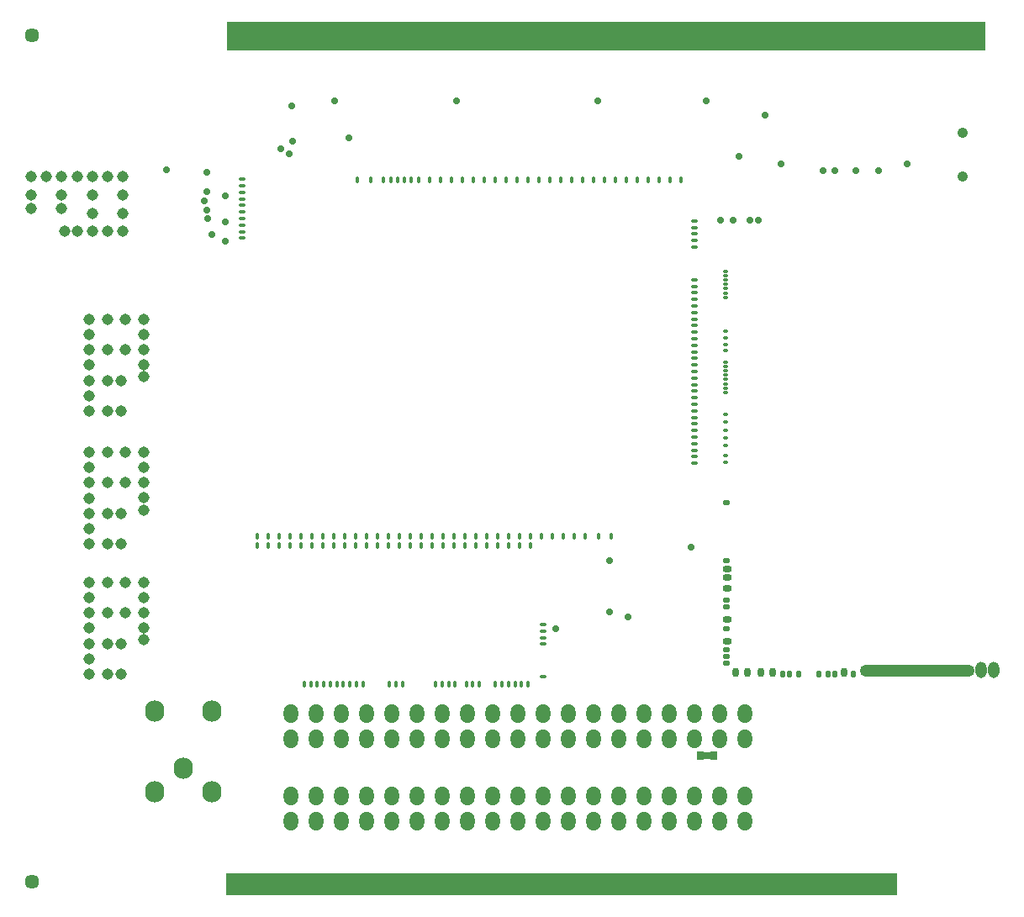
<source format=gbs>
G04*
G04 #@! TF.GenerationSoftware,Altium Limited,Altium Designer,20.2.7 (254)*
G04*
G04 Layer_Color=16711935*
%FSLAX25Y25*%
%MOIN*%
G70*
G04*
G04 #@! TF.SameCoordinates,69BB3710-89EE-4534-A0DB-451B00BB9E09*
G04*
G04*
G04 #@! TF.FilePolarity,Negative*
G04*
G01*
G75*
%ADD38R,2.65847X0.08563*%
%ADD52O,0.04488X0.06457*%
%ADD53O,0.03701X0.02913*%
%ADD72C,0.04095*%
%ADD73C,0.02913*%
%ADD74C,0.00551*%
%ADD75O,0.07638X0.08425*%
%ADD76O,0.05669X0.07638*%
%ADD77C,0.05701*%
%ADD78C,0.04488*%
%ADD181R,3.01083X0.11417*%
G04:AMPARAMS|DCode=182|XSize=15.35mil|YSize=25.2mil|CornerRadius=7.68mil|HoleSize=0mil|Usage=FLASHONLY|Rotation=90.000|XOffset=0mil|YOffset=0mil|HoleType=Round|Shape=RoundedRectangle|*
%AMROUNDEDRECTD182*
21,1,0.01535,0.00984,0,0,90.0*
21,1,0.00000,0.02520,0,0,90.0*
1,1,0.01535,0.00492,0.00000*
1,1,0.01535,0.00492,0.00000*
1,1,0.01535,-0.00492,0.00000*
1,1,0.01535,-0.00492,0.00000*
%
%ADD182ROUNDEDRECTD182*%
G04:AMPARAMS|DCode=183|XSize=15.35mil|YSize=25.2mil|CornerRadius=7.68mil|HoleSize=0mil|Usage=FLASHONLY|Rotation=0.000|XOffset=0mil|YOffset=0mil|HoleType=Round|Shape=RoundedRectangle|*
%AMROUNDEDRECTD183*
21,1,0.01535,0.00984,0,0,0.0*
21,1,0.00000,0.02520,0,0,0.0*
1,1,0.01535,0.00000,-0.00492*
1,1,0.01535,0.00000,-0.00492*
1,1,0.01535,0.00000,0.00492*
1,1,0.01535,0.00000,0.00492*
%
%ADD183ROUNDEDRECTD183*%
%ADD184R,0.02520X0.03701*%
%ADD185R,0.03556X0.03162*%
%ADD186O,0.02126X0.01339*%
%ADD187O,0.02913X0.02126*%
%ADD188O,0.02913X0.03701*%
%ADD189O,0.45433X0.04882*%
%ADD190O,0.02126X0.02913*%
D38*
X215699Y4281D02*
D03*
D52*
X387211Y89483D02*
D03*
X382266D02*
D03*
D53*
X281581Y129444D02*
D03*
Y125999D02*
D03*
Y121767D02*
D03*
Y109463D02*
D03*
Y100507D02*
D03*
D72*
X374799Y302362D02*
D03*
Y285039D02*
D03*
D73*
X234744Y132776D02*
D03*
X213287Y105807D02*
D03*
X242224Y110236D02*
D03*
X267126Y137992D02*
D03*
X234813Y112175D02*
D03*
X352772Y290075D02*
D03*
X319390Y287402D02*
D03*
X302756Y290039D02*
D03*
X332579Y287402D02*
D03*
X341339D02*
D03*
X324016D02*
D03*
X296555Y309350D02*
D03*
X104331Y296063D02*
D03*
X107776Y293996D02*
D03*
X108957Y299016D02*
D03*
X108661Y312992D02*
D03*
X290354Y267815D02*
D03*
X293898D02*
D03*
X278839D02*
D03*
X283858D02*
D03*
X286043Y293110D02*
D03*
X230118Y315158D02*
D03*
X273031D02*
D03*
X131398Y300197D02*
D03*
X174213Y315158D02*
D03*
X125932D02*
D03*
X75059Y279035D02*
D03*
X82284Y277362D02*
D03*
X74213Y275197D02*
D03*
X75059Y271752D02*
D03*
X82284Y267126D02*
D03*
X75354Y268406D02*
D03*
X77126Y262008D02*
D03*
X82284Y259449D02*
D03*
X75000Y286516D02*
D03*
X58957Y287697D02*
D03*
D74*
X312205Y52165D02*
D03*
X319882Y21457D02*
D03*
X28346D02*
D03*
X36024Y52165D02*
D03*
X34331Y73150D02*
D03*
X316496D02*
D03*
X15079Y39449D02*
D03*
X333701D02*
D03*
X250590Y317717D02*
D03*
D75*
X54331Y41142D02*
D03*
X77165D02*
D03*
X65748Y50315D02*
D03*
X54331Y73150D02*
D03*
X77165D02*
D03*
D76*
X208307Y62087D02*
D03*
X288307Y72087D02*
D03*
Y62087D02*
D03*
X278307Y72087D02*
D03*
Y62087D02*
D03*
X268307Y72087D02*
D03*
Y62087D02*
D03*
X258307Y72087D02*
D03*
Y62087D02*
D03*
X248307Y72087D02*
D03*
Y62087D02*
D03*
X238307Y72087D02*
D03*
Y62087D02*
D03*
X228307Y72087D02*
D03*
Y62087D02*
D03*
X218307Y72087D02*
D03*
Y62087D02*
D03*
X208307Y72087D02*
D03*
Y29331D02*
D03*
X288307Y39331D02*
D03*
Y29331D02*
D03*
X278307Y39331D02*
D03*
Y29331D02*
D03*
X268307Y39331D02*
D03*
Y29331D02*
D03*
X258307Y39331D02*
D03*
Y29331D02*
D03*
X248307Y39331D02*
D03*
Y29331D02*
D03*
X238307Y39331D02*
D03*
Y29331D02*
D03*
X228307Y39331D02*
D03*
Y29331D02*
D03*
X218307Y39331D02*
D03*
Y29331D02*
D03*
X208307Y39331D02*
D03*
X108307Y62087D02*
D03*
Y72087D02*
D03*
X118307Y62087D02*
D03*
Y72087D02*
D03*
X128307Y62087D02*
D03*
Y72087D02*
D03*
X138307Y62087D02*
D03*
Y72087D02*
D03*
X148307Y62087D02*
D03*
Y72087D02*
D03*
X158307Y62087D02*
D03*
Y72087D02*
D03*
X168307Y62087D02*
D03*
Y72087D02*
D03*
X178307Y62087D02*
D03*
Y72087D02*
D03*
X188307Y62087D02*
D03*
Y72087D02*
D03*
X198307Y62087D02*
D03*
Y72087D02*
D03*
X108307Y29331D02*
D03*
Y39331D02*
D03*
X118307Y29331D02*
D03*
Y39331D02*
D03*
X128307Y29331D02*
D03*
Y39331D02*
D03*
X138307Y29331D02*
D03*
Y39331D02*
D03*
X148307Y29331D02*
D03*
Y39331D02*
D03*
X158307Y29331D02*
D03*
Y39331D02*
D03*
X168307Y29331D02*
D03*
Y39331D02*
D03*
X178307Y29331D02*
D03*
Y39331D02*
D03*
X188307Y29331D02*
D03*
Y39331D02*
D03*
X198307Y29331D02*
D03*
Y39331D02*
D03*
D77*
X5630Y341024D02*
D03*
X343012Y5433D02*
D03*
X5630D02*
D03*
D78*
X28543Y124114D02*
D03*
Y112106D02*
D03*
Y99803D02*
D03*
Y87795D02*
D03*
X40944D02*
D03*
X35728D02*
D03*
X40944Y99803D02*
D03*
X35728D02*
D03*
X42913Y112106D02*
D03*
X35728D02*
D03*
Y124114D02*
D03*
X42913D02*
D03*
X50098Y101181D02*
D03*
Y112106D02*
D03*
Y124114D02*
D03*
X28543Y93799D02*
D03*
Y105905D02*
D03*
X28543Y118110D02*
D03*
X50098D02*
D03*
X50098Y106102D02*
D03*
X28543Y175689D02*
D03*
Y163681D02*
D03*
Y151378D02*
D03*
Y139370D02*
D03*
X40944D02*
D03*
X35728D02*
D03*
X40944Y151378D02*
D03*
X35728D02*
D03*
X42913Y163681D02*
D03*
X35728D02*
D03*
Y175689D02*
D03*
X42913D02*
D03*
X50098Y152756D02*
D03*
Y163681D02*
D03*
Y175689D02*
D03*
X28543Y145374D02*
D03*
Y157480D02*
D03*
X28543Y169685D02*
D03*
X50098D02*
D03*
X50098Y157677D02*
D03*
X28543Y228445D02*
D03*
Y216437D02*
D03*
Y204134D02*
D03*
Y192126D02*
D03*
X40944D02*
D03*
X35728D02*
D03*
X40944Y204134D02*
D03*
X35728D02*
D03*
X42913Y216437D02*
D03*
X35728D02*
D03*
Y228445D02*
D03*
X42913D02*
D03*
X50098Y205512D02*
D03*
Y216437D02*
D03*
Y228445D02*
D03*
X28543Y198130D02*
D03*
Y210236D02*
D03*
X28543Y222441D02*
D03*
X50098D02*
D03*
X50098Y210433D02*
D03*
X41831Y284843D02*
D03*
X29823D02*
D03*
X17520D02*
D03*
X5512D02*
D03*
Y272441D02*
D03*
Y277658D02*
D03*
X17520Y272441D02*
D03*
Y277658D02*
D03*
X29823Y270473D02*
D03*
Y277658D02*
D03*
X41831D02*
D03*
Y270473D02*
D03*
X18898Y263288D02*
D03*
X29823D02*
D03*
X41831D02*
D03*
X11516Y284842D02*
D03*
X23622D02*
D03*
X35827Y284843D02*
D03*
Y263288D02*
D03*
X23819Y263288D02*
D03*
D181*
X233317Y340748D02*
D03*
D182*
X208465Y86528D02*
D03*
Y107316D02*
D03*
Y104717D02*
D03*
Y102119D02*
D03*
Y99520D02*
D03*
X268492Y189469D02*
D03*
Y186870D02*
D03*
Y184272D02*
D03*
Y181673D02*
D03*
Y179075D02*
D03*
Y176476D02*
D03*
Y173878D02*
D03*
Y171280D02*
D03*
Y259626D02*
D03*
Y262224D02*
D03*
Y264823D02*
D03*
Y267421D02*
D03*
Y257028D02*
D03*
Y244035D02*
D03*
Y241437D02*
D03*
Y238839D02*
D03*
Y236240D02*
D03*
Y233642D02*
D03*
Y231043D02*
D03*
Y228445D02*
D03*
Y225846D02*
D03*
Y223248D02*
D03*
Y220650D02*
D03*
Y218051D02*
D03*
Y215453D02*
D03*
Y212854D02*
D03*
Y210256D02*
D03*
Y207658D02*
D03*
Y205059D02*
D03*
Y202461D02*
D03*
Y199862D02*
D03*
Y197264D02*
D03*
Y194665D02*
D03*
Y192067D02*
D03*
X89252Y278740D02*
D03*
Y276142D02*
D03*
Y273543D02*
D03*
Y270945D02*
D03*
Y268347D02*
D03*
Y265748D02*
D03*
Y263150D02*
D03*
Y260551D02*
D03*
Y283937D02*
D03*
Y281339D02*
D03*
D183*
X108189Y138689D02*
D03*
X103858D02*
D03*
X99528D02*
D03*
X95197D02*
D03*
X202476Y83720D02*
D03*
X199878D02*
D03*
X197280D02*
D03*
X194681D02*
D03*
X192083D02*
D03*
X189484D02*
D03*
X183181D02*
D03*
X180583D02*
D03*
X177984D02*
D03*
X173571D02*
D03*
X170973D02*
D03*
X168374D02*
D03*
X165776D02*
D03*
X152681D02*
D03*
X150083D02*
D03*
X147484D02*
D03*
X137067D02*
D03*
X134469D02*
D03*
X131870D02*
D03*
X129272D02*
D03*
X126673D02*
D03*
X124075D02*
D03*
X121476D02*
D03*
X118878D02*
D03*
X116279D02*
D03*
X113681D02*
D03*
X112520Y138689D02*
D03*
X116850D02*
D03*
X121181D02*
D03*
X125512D02*
D03*
X129842D02*
D03*
X134173D02*
D03*
X138504D02*
D03*
X142835D02*
D03*
X147165D02*
D03*
X151496D02*
D03*
X155827D02*
D03*
X160157D02*
D03*
X164488D02*
D03*
X168819D02*
D03*
X173150D02*
D03*
X177480D02*
D03*
X181811D02*
D03*
X186142D02*
D03*
X190472D02*
D03*
X194803D02*
D03*
X199134D02*
D03*
X203464D02*
D03*
X153465Y283669D02*
D03*
X148228D02*
D03*
X250079D02*
D03*
X254409D02*
D03*
X258740D02*
D03*
X112520Y142217D02*
D03*
X108189D02*
D03*
X103858D02*
D03*
X99528D02*
D03*
X220787D02*
D03*
X225118D02*
D03*
X230315D02*
D03*
X235512D02*
D03*
X216457D02*
D03*
X212126D02*
D03*
X207795D02*
D03*
X203465D02*
D03*
X199134D02*
D03*
X194803D02*
D03*
X190472D02*
D03*
X186142D02*
D03*
X181811D02*
D03*
X177480D02*
D03*
X173150D02*
D03*
X168819D02*
D03*
X164488D02*
D03*
X160158D02*
D03*
X155827D02*
D03*
X151496D02*
D03*
X147166D02*
D03*
X142835D02*
D03*
X138504D02*
D03*
X134173D02*
D03*
X129843D02*
D03*
X125512D02*
D03*
X150847Y283669D02*
D03*
X145236D02*
D03*
X140039D02*
D03*
X134843D02*
D03*
X156083D02*
D03*
X159134D02*
D03*
X163465D02*
D03*
X167795D02*
D03*
X172126D02*
D03*
X176457D02*
D03*
X180787D02*
D03*
X185118D02*
D03*
X189449D02*
D03*
X193779D02*
D03*
X198110D02*
D03*
X202441D02*
D03*
X206771D02*
D03*
X211102D02*
D03*
X215433D02*
D03*
X219764D02*
D03*
X224094D02*
D03*
X228425D02*
D03*
X232756D02*
D03*
X237087D02*
D03*
X241417D02*
D03*
X245748D02*
D03*
X121181Y142217D02*
D03*
X116851D02*
D03*
X95197D02*
D03*
X263071Y283669D02*
D03*
D184*
X275984Y55413D02*
D03*
X270866D02*
D03*
D185*
X274902D02*
D03*
X271949D02*
D03*
D186*
X280793Y247456D02*
D03*
Y245723D02*
D03*
Y243991D02*
D03*
Y242259D02*
D03*
Y240526D02*
D03*
Y238794D02*
D03*
Y237062D02*
D03*
Y223656D02*
D03*
Y221058D02*
D03*
Y218459D02*
D03*
Y215861D02*
D03*
Y211432D02*
D03*
Y209700D02*
D03*
Y207967D02*
D03*
Y206235D02*
D03*
Y204503D02*
D03*
Y202770D02*
D03*
Y201038D02*
D03*
Y199306D02*
D03*
Y190664D02*
D03*
Y187531D02*
D03*
Y184381D02*
D03*
Y181231D02*
D03*
Y171688D02*
D03*
Y174286D02*
D03*
Y178460D02*
D03*
D187*
X281207Y155723D02*
D03*
Y132692D02*
D03*
Y91866D02*
D03*
Y94601D02*
D03*
Y97279D02*
D03*
Y105646D02*
D03*
Y114483D02*
D03*
Y117042D02*
D03*
D188*
X284750Y88204D02*
D03*
X289376D02*
D03*
X294691D02*
D03*
X299317D02*
D03*
X327663Y88204D02*
D03*
D189*
X356896Y88991D02*
D03*
D190*
X331502Y87810D02*
D03*
X324239D02*
D03*
X317842D02*
D03*
X303333D02*
D03*
X306129D02*
D03*
X309672D02*
D03*
X321364D02*
D03*
M02*

</source>
